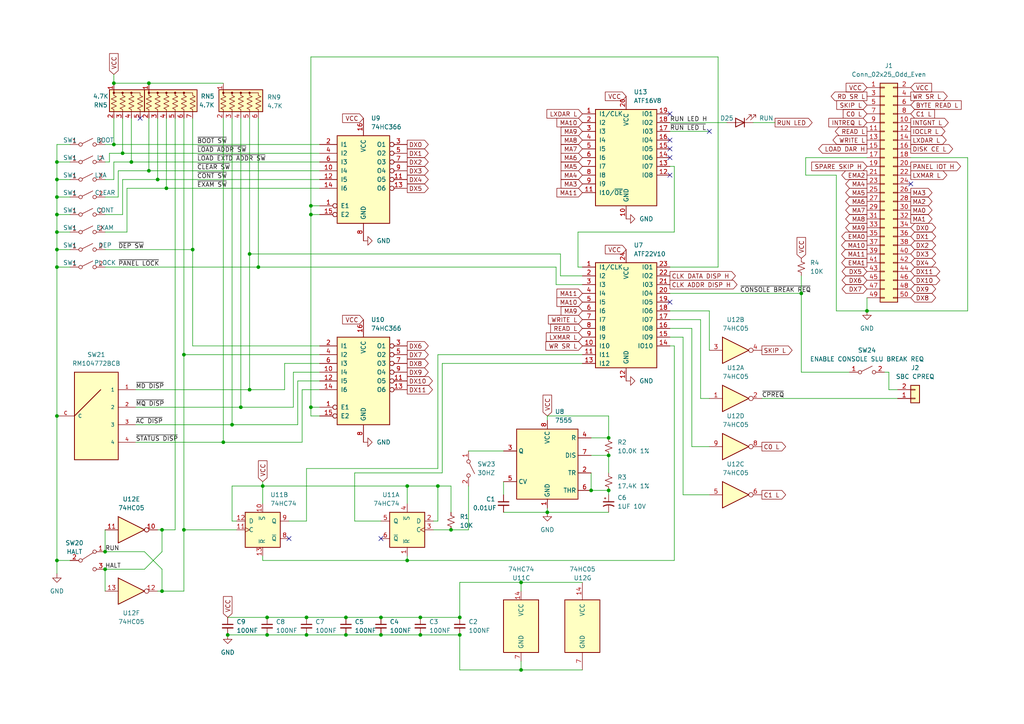
<source format=kicad_sch>
(kicad_sch (version 20230121) (generator eeschema)
  (paper "A4")
  (lib_symbols
    (symbol "74xx:74HC74" (pin_names (offset 1.016))
      (property "Reference" "U" (at -7.62 8.89 0))
      (property "Value" "74HC74" (at -7.62 -8.89 0))
      (symbol "74HC74_1_0"
        (pin input line (at 0 -7.62 90) (length 2.54) (name "~{R}") (number "1"))
        (pin input line (at -7.62 2.54 0) (length 2.54) (name "D") (number "2"))
        (pin input clock (at -7.62 0 0) (length 2.54) (name "C") (number "3"))
        (pin input line (at 0 7.62 270) (length 2.54) (name "~{S}") (number "4"))
        (pin output line (at 7.62 2.54 180) (length 2.54) (name "Q") (number "5"))
        (pin output line (at 7.62 -2.54 180) (length 2.54) (name "~{Q}") (number "6"))
      )
      (symbol "74HC74_2_0"
        (pin input line (at 0 7.62 270) (length 2.54) (name "~{S}") (number "10"))
        (pin input clock (at -7.62 0 0) (length 2.54) (name "C") (number "11"))
        (pin input line (at -7.62 2.54 0) (length 2.54) (name "D") (number "12"))
        (pin input line (at 0 -7.62 90) (length 2.54) (name "~{R}") (number "13"))
        (pin output line (at 7.62 -2.54 180) (length 2.54) (name "~{Q}") (number "8"))
        (pin output line (at 7.62 2.54 180) (length 2.54) (name "Q") (number "9"))
      )
      (symbol "74HC74_3_0"
        (pin power_in line (at 0 10.16 270) (length 2.54) (name "VCC") (number "14"))
        (pin power_in line (at 0 -10.16 90) (length 2.54) (name "GND") (number "7"))
      )
    )
    (symbol "74xx:74LS05" (pin_names (offset 1.016))
      (property "Reference" "U" (at 0 1.27 0))
      (property "Value" "74LS05" (at 0 -1.27 0))
      (symbol "74LS05_1_0"
        (pin input line (at -7.62 0 0) (length 3.81) (name "~") (number "1"))
        (pin open_collector inverted (at 7.62 0 180) (length 3.81) (name "~") (number "2"))
      )
      (symbol "74LS05_2_0"
        (pin input line (at -7.62 0 0) (length 3.81) (name "~") (number "3"))
        (pin open_collector inverted (at 7.62 0 180) (length 3.81) (name "~") (number "4"))
      )
      (symbol "74LS05_3_0"
        (pin input line (at -7.62 0 0) (length 3.81) (name "~") (number "5"))
        (pin open_collector inverted (at 7.62 0 180) (length 3.81) (name "~") (number "6"))
      )
      (symbol "74LS05_4_0"
        (pin open_collector inverted (at 7.62 0 180) (length 3.81) (name "~") (number "8"))
        (pin input line (at -7.62 0 0) (length 3.81) (name "~") (number "9"))
      )
      (symbol "74LS05_5_0"
        (pin open_collector inverted (at 7.62 0 180) (length 3.81) (name "~") (number "10"))
        (pin input line (at -7.62 0 0) (length 3.81) (name "~") (number "11"))
      )
      (symbol "74LS05_6_0"
        (pin open_collector inverted (at 7.62 0 180) (length 3.81) (name "~") (number "12"))
        (pin input line (at -7.62 0 0) (length 3.81) (name "~") (number "13"))
      )
      (symbol "74LS05_7_0"
        (pin power_in line (at 0 12.7 270) (length 5.08) (name "VCC") (number "14"))
        (pin power_in line (at 0 -12.7 90) (length 5.08) (name "GND") (number "7"))
      )
    )
    (symbol "74xx:74LS366" (pin_names (offset 1.016))
      (property "Reference" "U" (at -7.62 13.97 0))
      (property "Value" "74LS366" (at -7.62 -13.97 0))
      (symbol "74LS366_1_0"
        (pin input inverted (at -12.7 -7.62 0) (length 5.08) (name "E1") (number "1"))
        (pin input line (at -12.7 2.54 0) (length 5.08) (name "I4") (number "10"))
        (pin tri_state inverted (at 12.7 0 180) (length 5.08) (name "O5") (number "11"))
        (pin input line (at -12.7 0 0) (length 5.08) (name "I5") (number "12"))
        (pin tri_state inverted (at 12.7 -2.54 180) (length 5.08) (name "O6") (number "13"))
        (pin input line (at -12.7 -2.54 0) (length 5.08) (name "I6") (number "14"))
        (pin input inverted (at -12.7 -10.16 0) (length 5.08) (name "E2") (number "15"))
        (pin power_in line (at 0 17.78 270) (length 5.08) (name "VCC") (number "16"))
        (pin input line (at -12.7 10.16 0) (length 5.08) (name "I1") (number "2"))
        (pin tri_state inverted (at 12.7 10.16 180) (length 5.08) (name "O1") (number "3"))
        (pin input line (at -12.7 7.62 0) (length 5.08) (name "I2") (number "4"))
        (pin tri_state inverted (at 12.7 7.62 180) (length 5.08) (name "O2") (number "5"))
        (pin input line (at -12.7 5.08 0) (length 5.08) (name "I3") (number "6"))
        (pin tri_state inverted (at 12.7 5.08 180) (length 5.08) (name "O3") (number "7"))
        (pin power_in line (at 0 -17.78 90) (length 5.08) (name "GND") (number "8"))
        (pin tri_state inverted (at 12.7 2.54 180) (length 5.08) (name "O4") (number "9"))
      )
    )
    (symbol "Connector_Generic:Conn_01x02" (pin_names (offset 1.016) hide)
      (property "Reference" "J" (at 0 2.54 0))
      (property "Value" "Conn_01x02" (at 0 -5.08 0))
      (symbol "Conn_01x02_1_1"
        (pin passive line (at -5.08 0 0) (length 3.81) (name "Pin_1") (number "1"))
        (pin passive line (at -5.08 -2.54 0) (length 3.81) (name "Pin_2") (number "2"))
      )
    )
    (symbol "Connector_Generic:Conn_02x25_Odd_Even" (pin_names (offset 1.016) hide)
      (property "Reference" "J" (at 1.27 33.02 0))
      (property "Value" "Conn_02x25_Odd_Even" (at 1.27 -33.02 0))
      (symbol "Conn_02x25_Odd_Even_1_1"
        (pin passive line (at -5.08 30.48 0) (length 3.81) (name "Pin_1") (number "1"))
        (pin passive line (at 7.62 20.32 180) (length 3.81) (name "Pin_10") (number "10"))
        (pin passive line (at -5.08 17.78 0) (length 3.81) (name "Pin_11") (number "11"))
        (pin passive line (at 7.62 17.78 180) (length 3.81) (name "Pin_12") (number "12"))
        (pin passive line (at -5.08 15.24 0) (length 3.81) (name "Pin_13") (number "13"))
        (pin passive line (at 7.62 15.24 180) (length 3.81) (name "Pin_14") (number "14"))
        (pin passive line (at -5.08 12.7 0) (length 3.81) (name "Pin_15") (number "15"))
        (pin passive line (at 7.62 12.7 180) (length 3.81) (name "Pin_16") (number "16"))
        (pin passive line (at -5.08 10.16 0) (length 3.81) (name "Pin_17") (number "17"))
        (pin passive line (at 7.62 10.16 180) (length 3.81) (name "Pin_18") (number "18"))
        (pin passive line (at -5.08 7.62 0) (length 3.81) (name "Pin_19") (number "19"))
        (pin passive line (at 7.62 30.48 180) (length 3.81) (name "Pin_2") (number "2"))
        (pin passive line (at 7.62 7.62 180) (length 3.81) (name "Pin_20") (number "20"))
        (pin passive line (at -5.08 5.08 0) (length 3.81) (name "Pin_21") (number "21"))
        (pin passive line (at 7.62 5.08 180) (length 3.81) (name "Pin_22") (number "22"))
        (pin passive line (at -5.08 2.54 0) (length 3.81) (name "Pin_23") (number "23"))
        (pin passive line (at 7.62 2.54 180) (length 3.81) (name "Pin_24") (number "24"))
        (pin passive line (at -5.08 0 0) (length 3.81) (name "Pin_25") (number "25"))
        (pin passive line (at 7.62 0 180) (length 3.81) (name "Pin_26") (number "26"))
        (pin passive line (at -5.08 -2.54 0) (length 3.81) (name "Pin_27") (number "27"))
        (pin passive line (at 7.62 -2.54 180) (length 3.81) (name "Pin_28") (number "28"))
        (pin passive line (at -5.08 -5.08 0) (length 3.81) (name "Pin_29") (number "29"))
        (pin passive line (at -5.08 27.94 0) (length 3.81) (name "Pin_3") (number "3"))
        (pin passive line (at 7.62 -5.08 180) (length 3.81) (name "Pin_30") (number "30"))
        (pin passive line (at -5.08 -7.62 0) (length 3.81) (name "Pin_31") (number "31"))
        (pin passive line (at 7.62 -7.62 180) (length 3.81) (name "Pin_32") (number "32"))
        (pin passive line (at -5.08 -10.16 0) (length 3.81) (name "Pin_33") (number "33"))
        (pin passive line (at 7.62 -10.16 180) (length 3.81) (name "Pin_34") (number "34"))
        (pin passive line (at -5.08 -12.7 0) (length 3.81) (name "Pin_35") (number "35"))
        (pin passive line (at 7.62 -12.7 180) (length 3.81) (name "Pin_36") (number "36"))
        (pin passive line (at -5.08 -15.24 0) (length 3.81) (name "Pin_37") (number "37"))
        (pin passive line (at 7.62 -15.24 180) (length 3.81) (name "Pin_38") (number "38"))
        (pin passive line (at -5.08 -17.78 0) (length 3.81) (name "Pin_39") (number "39"))
        (pin passive line (at 7.62 27.94 180) (length 3.81) (name "Pin_4") (number "4"))
        (pin passive line (at 7.62 -17.78 180) (length 3.81) (name "Pin_40") (number "40"))
        (pin passive line (at -5.08 -20.32 0) (length 3.81) (name "Pin_41") (number "41"))
        (pin passive line (at 7.62 -20.32 180) (length 3.81) (name "Pin_42") (number "42"))
        (pin passive line (at -5.08 -22.86 0) (length 3.81) (name "Pin_43") (number "43"))
        (pin passive line (at 7.62 -22.86 180) (length 3.81) (name "Pin_44") (number "44"))
        (pin passive line (at -5.08 -25.4 0) (length 3.81) (name "Pin_45") (number "45"))
        (pin passive line (at 7.62 -25.4 180) (length 3.81) (name "Pin_46") (number "46"))
        (pin passive line (at -5.08 -27.94 0) (length 3.81) (name "Pin_47") (number "47"))
        (pin passive line (at 7.62 -27.94 180) (length 3.81) (name "Pin_48") (number "48"))
        (pin passive line (at -5.08 -30.48 0) (length 3.81) (name "Pin_49") (number "49"))
        (pin passive line (at -5.08 25.4 0) (length 3.81) (name "Pin_5") (number "5"))
        (pin passive line (at 7.62 -30.48 180) (length 3.81) (name "Pin_50") (number "50"))
        (pin passive line (at 7.62 25.4 180) (length 3.81) (name "Pin_6") (number "6"))
        (pin passive line (at -5.08 22.86 0) (length 3.81) (name "Pin_7") (number "7"))
        (pin passive line (at 7.62 22.86 180) (length 3.81) (name "Pin_8") (number "8"))
        (pin passive line (at -5.08 20.32 0) (length 3.81) (name "Pin_9") (number "9"))
      )
    )
    (symbol "Device:C_Polarized_Small_US" (pin_numbers hide) (pin_names (offset 0.254) hide)
      (property "Reference" "C" (at 0.254 1.778 0))
      (property "Value" "C_Polarized_Small_US" (at 0.254 -2.032 0))
      (symbol "C_Polarized_Small_US_1_1"
        (pin passive line (at 0 2.54 270) (length 2.032) (name "~") (number "1"))
        (pin passive line (at 0 -2.54 90) (length 2.032) (name "~") (number "2"))
      )
    )
    (symbol "Device:C_Small" (pin_numbers hide) (pin_names (offset 0.254) hide)
      (property "Reference" "C" (at 0.254 1.778 0))
      (property "Value" "C_Small" (at 0.254 -2.032 0))
      (symbol "C_Small_1_1"
        (pin passive line (at 0 2.54 270) (length 2.032) (name "~") (number "1"))
        (pin passive line (at 0 -2.54 90) (length 2.032) (name "~") (number "2"))
      )
    )
    (symbol "Device:LED" (pin_numbers hide) (pin_names (offset 1.016) hide)
      (property "Reference" "D" (at 0 2.54 0))
      (property "Value" "LED" (at 0 -2.54 0))
      (symbol "LED_1_1"
        (pin passive line (at -3.81 0 0) (length 2.54) (name "K") (number "1"))
        (pin passive line (at 3.81 0 180) (length 2.54) (name "A") (number "2"))
      )
    )
    (symbol "Device:R_Network04_US" (pin_names (offset 0) hide)
      (property "Reference" "RN" (at -7.62 0 90))
      (property "Value" "R_Network04_US" (at 5.08 0 90))
      (symbol "R_Network04_US_1_1"
        (pin passive line (at -5.08 5.08 270) (length 2.54) (name "common") (number "1"))
        (pin passive line (at -5.08 -5.08 90) (length 1.27) (name "R1") (number "2"))
        (pin passive line (at -2.54 -5.08 90) (length 1.27) (name "R2") (number "3"))
        (pin passive line (at 0 -5.08 90) (length 1.27) (name "R3") (number "4"))
        (pin passive line (at 2.54 -5.08 90) (length 1.27) (name "R4") (number "5"))
      )
    )
    (symbol "Device:R_Network05_US" (pin_names (offset 0) hide)
      (property "Reference" "RN" (at -7.62 0 90))
      (property "Value" "R_Network05_US" (at 7.62 0 90))
      (symbol "R_Network05_US_1_1"
        (pin passive line (at -5.08 5.08 270) (length 2.54) (name "common") (number "1"))
        (pin passive line (at -5.08 -5.08 90) (length 1.27) (name "R1") (number "2"))
        (pin passive line (at -2.54 -5.08 90) (length 1.27) (name "R2") (number "3"))
        (pin passive line (at 0 -5.08 90) (length 1.27) (name "R3") (number "4"))
        (pin passive line (at 2.54 -5.08 90) (length 1.27) (name "R4") (number "5"))
        (pin passive line (at 5.08 -5.08 90) (length 1.27) (name "R5") (number "6"))
      )
    )
    (symbol "Device:R_Network06_US" (pin_names (offset 0) hide)
      (property "Reference" "RN" (at -10.16 0 90))
      (property "Value" "R_Network06_US" (at 7.62 0 90))
      (symbol "R_Network06_US_1_1"
        (pin passive line (at -7.62 5.08 270) (length 2.54) (name "common") (number "1"))
        (pin passive line (at -7.62 -5.08 90) (length 1.27) (name "R1") (number "2"))
        (pin passive line (at -5.08 -5.08 90) (length 1.27) (name "R2") (number "3"))
        (pin passive line (at -2.54 -5.08 90) (length 1.27) (name "R3") (number "4"))
        (pin passive line (at 0 -5.08 90) (length 1.27) (name "R4") (number "5"))
        (pin passive line (at 2.54 -5.08 90) (length 1.27) (name "R5") (number "6"))
        (pin passive line (at 5.08 -5.08 90) (length 1.27) (name "R6") (number "7"))
      )
    )
    (symbol "Device:R_Small_US" (pin_numbers hide) (pin_names (offset 0.254) hide)
      (property "Reference" "R" (at 0.762 0.508 0))
      (property "Value" "R_Small_US" (at 0.762 -1.016 0))
      (symbol "R_Small_US_1_1"
        (pin passive line (at 0 2.54 270) (length 1.016) (name "~") (number "1"))
        (pin passive line (at 0 -2.54 90) (length 1.016) (name "~") (number "2"))
      )
    )
    (symbol "Logic_Programmable:GAL16V8" (pin_names (offset 1.016))
      (property "Reference" "U" (at -8.89 16.51 0))
      (property "Value" "GAL16V8" (at 1.27 16.51 0))
      (symbol "GAL16V8_0_0"
        (pin power_in line (at 0 -17.78 90) (length 3.81) (name "GND") (number "10"))
        (pin power_in line (at 0 17.78 270) (length 3.81) (name "VCC") (number "20"))
      )
      (symbol "GAL16V8_1_1"
        (pin input line (at -12.7 12.7 0) (length 3.81) (name "I1/CLK") (number "1"))
        (pin input line (at -12.7 -10.16 0) (length 3.81) (name "I10/~{OE}") (number "11"))
        (pin tri_state line (at 12.7 -5.08 180) (length 3.81) (name "IO8") (number "12"))
        (pin tri_state line (at 12.7 -2.54 180) (length 3.81) (name "IO7") (number "13"))
        (pin tri_state line (at 12.7 0 180) (length 3.81) (name "IO6") (number "14"))
        (pin tri_state line (at 12.7 2.54 180) (length 3.81) (name "IO5") (number "15"))
        (pin tri_state line (at 12.7 5.08 180) (length 3.81) (name "IO4") (number "16"))
        (pin tri_state line (at 12.7 7.62 180) (length 3.81) (name "I03") (number "17"))
        (pin tri_state line (at 12.7 10.16 180) (length 3.81) (name "IO2") (number "18"))
        (pin tri_state line (at 12.7 12.7 180) (length 3.81) (name "IO1") (number "19"))
        (pin input line (at -12.7 10.16 0) (length 3.81) (name "I2") (number "2"))
        (pin input line (at -12.7 7.62 0) (length 3.81) (name "I3") (number "3"))
        (pin input line (at -12.7 5.08 0) (length 3.81) (name "I4") (number "4"))
        (pin input line (at -12.7 2.54 0) (length 3.81) (name "I5") (number "5"))
        (pin input line (at -12.7 0 0) (length 3.81) (name "I6") (number "6"))
        (pin input line (at -12.7 -2.54 0) (length 3.81) (name "I7") (number "7"))
        (pin input line (at -12.7 -5.08 0) (length 3.81) (name "I8") (number "8"))
        (pin input line (at -12.7 -7.62 0) (length 3.81) (name "I9") (number "9"))
      )
    )
    (symbol "RM104772BCB-SnapEDA:RM104772BCB" (pin_names (offset 1.016))
      (property "Reference" "SW" (at 0 -2.54 0))
      (property "Value" "RM104772BCB" (at 0 -5.08 0))
      (symbol "RM104772BCB_0_0"
        (pin bidirectional line (at 17.78 20.32 180) (length 5.08) (name "1") (number "1"))
        (pin bidirectional line (at 17.78 15.24 180) (length 5.08) (name "2") (number "2"))
        (pin bidirectional line (at 17.78 10.16 180) (length 5.08) (name "3") (number "3"))
        (pin bidirectional line (at 17.78 5.08 180) (length 5.08) (name "4") (number "4"))
        (pin bidirectional line (at -5.08 12.7 0) (length 5.08) (name "C") (number "C"))
      )
    )
    (symbol "Switch:SW_SPDT" (pin_names (offset 0) hide)
      (property "Reference" "SW" (at 0 4.318 0))
      (property "Value" "SW_SPDT" (at 0 -5.08 0))
      (symbol "SW_SPDT_1_1"
        (pin passive line (at 5.08 2.54 180) (length 2.54) (name "A") (number "1"))
        (pin passive line (at -5.08 0 0) (length 2.54) (name "B") (number "2"))
        (pin passive line (at 5.08 -2.54 180) (length 2.54) (name "C") (number "3"))
      )
    )
    (symbol "Switch:SW_SPST" (pin_names (offset 0) hide)
      (property "Reference" "SW" (at 0 3.175 0))
      (property "Value" "SW_SPST" (at 0 -2.54 0))
      (symbol "SW_SPST_1_1"
        (pin passive line (at -5.08 0 0) (length 2.54) (name "A") (number "1"))
        (pin passive line (at 5.08 0 180) (length 2.54) (name "B") (number "2"))
      )
    )
    (symbol "Tersteeg:7555_Timer"
      (property "Reference" "U" (at -10.16 8.89 0))
      (property "Value" "7555" (at 2.54 8.89 0))
      (symbol "7555_Timer_0_0"
        (pin power_in line (at 0 -15.24 90) (length 2.54) (name "GND") (number "1"))
        (pin power_in line (at 0 10.16 270) (length 2.54) (name "VCC") (number "8"))
      )
      (symbol "7555_Timer_1_1"
        (pin input line (at 12.7 -5.08 180) (length 3.81) (name "TR") (number "2"))
        (pin output line (at -12.7 1.27 0) (length 3.81) (name "Q") (number "3"))
        (pin input line (at 12.7 5.08 180) (length 3.81) (name "R") (number "4"))
        (pin input line (at -12.7 -7.62 0) (length 3.81) (name "CV") (number "5"))
        (pin input line (at 12.7 -10.16 180) (length 3.81) (name "THR") (number "6"))
        (pin input line (at 12.7 0 180) (length 3.81) (name "DIS") (number "7"))
      )
    )
    (symbol "Tersteeg:GAL22V10" (pin_names (offset 1.016))
      (property "Reference" "U" (at -8.89 16.51 0))
      (property "Value" "GAL22V10" (at 1.27 16.51 0))
      (symbol "GAL22V10_1_0"
        (pin power_in line (at 0 -20.32 90) (length 3.81) (name "GND") (number "12"))
        (pin power_in line (at 0 17.78 270) (length 3.81) (name "VCC") (number "24"))
      )
      (symbol "GAL22V10_1_1"
        (pin input line (at -12.7 12.7 0) (length 3.81) (name "I1/CLK") (number "1"))
        (pin input line (at -12.7 -10.16 0) (length 3.81) (name "I10") (number "10"))
        (pin input line (at -12.7 -12.7 0) (length 3.81) (name "I11") (number "11"))
        (pin input line (at -12.7 -15.24 0) (length 3.81) (name "I12") (number "13"))
        (pin tri_state line (at 12.7 -10.16 180) (length 3.81) (name "IO10") (number "14"))
        (pin tri_state line (at 12.7 -7.62 180) (length 3.81) (name "IO9") (number "15"))
        (pin tri_state line (at 12.7 -5.08 180) (length 3.81) (name "IO8") (number "16"))
        (pin tri_state line (at 12.7 -2.54 180) (length 3.81) (name "IO7") (number "17"))
        (pin tri_state line (at 12.7 0 180) (length 3.81) (name "IO6") (number "18"))
        (pin tri_state line (at 12.7 2.54 180) (length 3.81) (name "IO5") (number "19"))
        (pin input line (at -12.7 10.16 0) (length 3.81) (name "I2") (number "2"))
        (pin tri_state line (at 12.7 5.08 180) (length 3.81) (name "IO4") (number "20"))
        (pin tri_state line (at 12.7 7.62 180) (length 3.81) (name "I03") (number "21"))
        (pin tri_state line (at 12.7 10.16 180) (length 3.81) (name "IO2") (number "22"))
        (pin tri_state line (at 12.7 12.7 180) (length 3.81) (name "IO1") (number "23"))
        (pin input line (at -12.7 7.62 0) (length 3.81) (name "I3") (number "3"))
        (pin input line (at -12.7 5.08 0) (length 3.81) (name "I4") (number "4"))
        (pin input line (at -12.7 2.54 0) (length 3.81) (name "I5") (number "5"))
        (pin input line (at -12.7 0 0) (length 3.81) (name "I6") (number "6"))
        (pin input line (at -12.7 -2.54 0) (length 3.81) (name "I7") (number "7"))
        (pin input line (at -12.7 -5.08 0) (length 3.81) (name "I8") (number "8"))
        (pin input line (at -12.7 -7.62 0) (length 3.81) (name "I9") (number "9"))
      )
    )
    (symbol "power:GND" (power) (pin_names (offset 0))
      (property "Value" "GND" (at 0 -3.81 0))
      (symbol "GND_1_1"
        (pin power_in line (at 0 0 270) (length 0) hide (name "GND") (number "1"))
      )
    )
  )
  (junction (at 176.53 127))
  (junction (at 45.72 52.07))
  (junction (at 16.51 67.31))
  (junction (at 16.51 120.65))
  (junction (at 30.48 165.1))
  (junction (at 110.49 184.15))
  (junction (at 251.46 90.17))
  (junction (at 33.02 41.91))
  (junction (at 43.18 49.53))
  (junction (at 90.17 118.11))
  (junction (at 118.11 162.56))
  (junction (at 74.93 77.47))
  (junction (at 46.99 153.67))
  (junction (at 118.11 140.97))
  (junction (at 30.48 160.02))
  (junction (at 53.34 153.67))
  (junction (at 72.39 113.03))
  (junction (at 90.17 59.69))
  (junction (at 16.51 77.47))
  (junction (at 88.9 184.15))
  (junction (at 72.39 73.66))
  (junction (at 48.26 54.61))
  (junction (at 64.77 128.27))
  (junction (at 171.45 142.24))
  (junction (at 127 140.97))
  (junction (at 133.35 184.15))
  (junction (at 33.02 24.13))
  (junction (at 16.51 52.07))
  (junction (at 55.88 72.39))
  (junction (at 67.31 123.19))
  (junction (at 38.1 46.99))
  (junction (at 151.13 194.31))
  (junction (at 53.34 102.87))
  (junction (at 151.13 168.91))
  (junction (at 16.51 162.56))
  (junction (at 46.99 171.45))
  (junction (at 77.47 184.15))
  (junction (at 88.9 179.07))
  (junction (at 76.2 140.97))
  (junction (at 121.92 184.15))
  (junction (at 16.51 46.99))
  (junction (at 232.41 85.09))
  (junction (at 130.81 153.67))
  (junction (at 69.85 118.11))
  (junction (at 158.75 148.59))
  (junction (at 133.35 179.07))
  (junction (at 16.51 57.15))
  (junction (at 16.51 62.23))
  (junction (at 16.51 72.39))
  (junction (at 100.33 179.07))
  (junction (at 100.33 184.15))
  (junction (at 35.56 44.45))
  (junction (at 110.49 179.07))
  (junction (at 66.04 184.15))
  (junction (at 121.92 179.07))
  (junction (at 176.53 142.24))
  (junction (at 176.53 132.08))
  (junction (at 77.47 179.07))
  (junction (at 43.18 24.13))
  (junction (at 90.17 62.23))
  (no_connect (at 205.74 38.1))
  (no_connect (at 194.31 50.8))
  (no_connect (at 40.64 34.29))
  (no_connect (at 194.31 40.64))
  (no_connect (at 110.49 156.21))
  (no_connect (at 194.31 43.18))
  (no_connect (at 264.16 53.34))
  (no_connect (at 83.82 156.21))
  (no_connect (at 194.31 33.02))
  (no_connect (at 194.31 87.63))
  (no_connect (at 194.31 45.72))
  (wire (pts (xy 198.12 97.79) (xy 194.31 97.79)))
  (wire (pts (xy 102.87 151.13) (xy 102.87 137.16)))
  (wire (pts (xy 67.31 34.29) (xy 67.31 123.19)))
  (wire (pts (xy 167.64 77.47) (xy 168.91 77.47)))
  (wire (pts (xy 66.04 184.15) (xy 77.47 184.15)))
  (wire (pts (xy 92.71 105.41) (xy 82.55 105.41)))
  (wire (pts (xy 41.91 165.1) (xy 46.99 160.02)))
  (wire (pts (xy 53.34 171.45) (xy 46.99 171.45)))
  (wire (pts (xy 118.11 140.97) (xy 118.11 146.05)))
  (wire (pts (xy 53.34 102.87) (xy 92.71 102.87)))
  (wire (pts (xy 100.33 179.07) (xy 110.49 179.07)))
  (wire (pts (xy 16.51 57.15) (xy 20.32 57.15)))
  (wire (pts (xy 194.31 35.56) (xy 210.82 35.56)))
  (wire (pts (xy 198.12 143.51) (xy 205.74 143.51)))
  (wire (pts (xy 92.71 113.03) (xy 87.63 113.03)))
  (wire (pts (xy 16.51 77.47) (xy 20.32 77.47)))
  (wire (pts (xy 110.49 179.07) (xy 121.92 179.07)))
  (wire (pts (xy 92.71 52.07) (xy 45.72 52.07)))
  (wire (pts (xy 88.9 135.89) (xy 88.9 151.13)))
  (wire (pts (xy 194.31 95.25) (xy 200.66 95.25)))
  (wire (pts (xy 90.17 59.69) (xy 90.17 62.23)))
  (wire (pts (xy 176.53 120.65) (xy 176.53 127)))
  (wire (pts (xy 151.13 194.31) (xy 151.13 191.77)))
  (wire (pts (xy 16.51 41.91) (xy 16.51 46.99)))
  (wire (pts (xy 85.09 118.11) (xy 69.85 118.11)))
  (wire (pts (xy 90.17 118.11) (xy 90.17 62.23)))
  (wire (pts (xy 102.87 137.16) (xy 128.27 137.16)))
  (wire (pts (xy 16.51 120.65) (xy 16.51 162.56)))
  (wire (pts (xy 251.46 90.17) (xy 280.67 90.17)))
  (wire (pts (xy 280.67 45.72) (xy 280.67 90.17)))
  (wire (pts (xy 242.57 90.17) (xy 242.57 50.8)))
  (wire (pts (xy 35.56 62.23) (xy 30.48 62.23)))
  (wire (pts (xy 256.54 107.95) (xy 257.81 107.95)))
  (wire (pts (xy 121.92 184.15) (xy 133.35 184.15)))
  (wire (pts (xy 16.51 62.23) (xy 16.51 67.31)))
  (wire (pts (xy 130.81 148.59) (xy 130.81 140.97)))
  (wire (pts (xy 151.13 168.91) (xy 168.91 168.91)))
  (wire (pts (xy 77.47 184.15) (xy 88.9 184.15)))
  (wire (pts (xy 158.75 120.65) (xy 176.53 120.65)))
  (wire (pts (xy 88.9 151.13) (xy 83.82 151.13)))
  (wire (pts (xy 127 102.87) (xy 127 135.89)))
  (wire (pts (xy 76.2 139.7) (xy 76.2 140.97)))
  (wire (pts (xy 30.48 160.02) (xy 41.91 160.02)))
  (wire (pts (xy 168.91 102.87) (xy 127 102.87)))
  (wire (pts (xy 88.9 184.15) (xy 100.33 184.15)))
  (wire (pts (xy 158.75 121.92) (xy 158.75 120.65)))
  (wire (pts (xy 92.71 100.33) (xy 55.88 100.33)))
  (wire (pts (xy 48.26 54.61) (xy 92.71 54.61)))
  (wire (pts (xy 36.83 54.61) (xy 36.83 67.31)))
  (wire (pts (xy 90.17 16.51) (xy 208.28 16.51)))
  (wire (pts (xy 72.39 34.29) (xy 72.39 73.66)))
  (wire (pts (xy 195.58 100.33) (xy 194.31 100.33)))
  (wire (pts (xy 16.51 77.47) (xy 16.51 120.65)))
  (wire (pts (xy 36.83 54.61) (xy 48.26 54.61)))
  (wire (pts (xy 76.2 140.97) (xy 76.2 146.05)))
  (wire (pts (xy 90.17 120.65) (xy 92.71 120.65)))
  (wire (pts (xy 35.56 52.07) (xy 35.56 62.23)))
  (wire (pts (xy 194.31 92.71) (xy 203.2 92.71)))
  (wire (pts (xy 151.13 168.91) (xy 133.35 168.91)))
  (wire (pts (xy 43.18 34.29) (xy 43.18 49.53)))
  (wire (pts (xy 110.49 184.15) (xy 121.92 184.15)))
  (wire (pts (xy 168.91 194.31) (xy 151.13 194.31)))
  (wire (pts (xy 50.8 34.29) (xy 50.8 153.67)))
  (wire (pts (xy 161.29 82.55) (xy 168.91 82.55)))
  (wire (pts (xy 36.83 67.31) (xy 30.48 67.31)))
  (wire (pts (xy 86.36 110.49) (xy 86.36 123.19)))
  (wire (pts (xy 127 140.97) (xy 127 151.13)))
  (wire (pts (xy 46.99 165.1) (xy 46.99 171.45)))
  (wire (pts (xy 16.51 67.31) (xy 16.51 72.39)))
  (wire (pts (xy 92.71 59.69) (xy 90.17 59.69)))
  (wire (pts (xy 45.72 34.29) (xy 45.72 52.07)))
  (wire (pts (xy 118.11 162.56) (xy 118.11 161.29)))
  (wire (pts (xy 233.68 50.8) (xy 233.68 45.72)))
  (wire (pts (xy 128.27 137.16) (xy 128.27 105.41)))
  (wire (pts (xy 127 135.89) (xy 88.9 135.89)))
  (wire (pts (xy 30.48 77.47) (xy 74.93 77.47)))
  (wire (pts (xy 121.92 179.07) (xy 133.35 179.07)))
  (wire (pts (xy 194.31 38.1) (xy 205.74 38.1)))
  (wire (pts (xy 55.88 100.33) (xy 55.88 72.39)))
  (wire (pts (xy 33.02 21.59) (xy 33.02 24.13)))
  (wire (pts (xy 195.58 48.26) (xy 195.58 67.31)))
  (wire (pts (xy 16.51 72.39) (xy 20.32 72.39)))
  (wire (pts (xy 200.66 129.54) (xy 205.74 129.54)))
  (wire (pts (xy 82.55 105.41) (xy 82.55 113.03)))
  (wire (pts (xy 135.89 130.81) (xy 146.05 130.81)))
  (wire (pts (xy 242.57 90.17) (xy 251.46 90.17)))
  (wire (pts (xy 232.41 85.09) (xy 232.41 107.95)))
  (wire (pts (xy 64.77 34.29) (xy 64.77 128.27)))
  (wire (pts (xy 30.48 165.1) (xy 41.91 165.1)))
  (wire (pts (xy 31.75 46.99) (xy 30.48 46.99)))
  (wire (pts (xy 158.75 148.59) (xy 176.53 148.59)))
  (wire (pts (xy 16.51 46.99) (xy 16.51 52.07)))
  (wire (pts (xy 257.81 107.95) (xy 257.81 113.03)))
  (wire (pts (xy 92.71 118.11) (xy 90.17 118.11)))
  (wire (pts (xy 53.34 34.29) (xy 53.34 102.87)))
  (wire (pts (xy 45.72 52.07) (xy 35.56 52.07)))
  (wire (pts (xy 16.51 62.23) (xy 20.32 62.23)))
  (wire (pts (xy 195.58 67.31) (xy 167.64 67.31)))
  (wire (pts (xy 16.51 72.39) (xy 16.51 77.47)))
  (wire (pts (xy 146.05 139.7) (xy 146.05 143.51)))
  (wire (pts (xy 88.9 179.07) (xy 100.33 179.07)))
  (wire (pts (xy 264.16 45.72) (xy 280.67 45.72)))
  (wire (pts (xy 53.34 102.87) (xy 53.34 153.67)))
  (wire (pts (xy 69.85 34.29) (xy 69.85 118.11)))
  (wire (pts (xy 135.89 140.97) (xy 135.89 153.67)))
  (wire (pts (xy 33.02 52.07) (xy 30.48 52.07)))
  (wire (pts (xy 30.48 165.1) (xy 30.48 171.45)))
  (wire (pts (xy 30.48 72.39) (xy 55.88 72.39)))
  (wire (pts (xy 43.18 49.53) (xy 34.29 49.53)))
  (wire (pts (xy 41.91 160.02) (xy 46.99 165.1)))
  (wire (pts (xy 31.75 44.45) (xy 35.56 44.45)))
  (wire (pts (xy 76.2 140.97) (xy 118.11 140.97)))
  (wire (pts (xy 146.05 148.59) (xy 158.75 148.59)))
  (wire (pts (xy 30.48 153.67) (xy 30.48 160.02)))
  (wire (pts (xy 200.66 95.25) (xy 200.66 129.54)))
  (wire (pts (xy 85.09 107.95) (xy 85.09 118.11)))
  (wire (pts (xy 167.64 67.31) (xy 167.64 77.47)))
  (wire (pts (xy 194.31 85.09) (xy 232.41 85.09)))
  (wire (pts (xy 128.27 105.41) (xy 168.91 105.41)))
  (wire (pts (xy 125.73 153.67) (xy 130.81 153.67)))
  (wire (pts (xy 251.46 86.36) (xy 251.46 90.17)))
  (wire (pts (xy 151.13 194.31) (xy 133.35 194.31)))
  (wire (pts (xy 30.48 41.91) (xy 33.02 41.91)))
  (wire (pts (xy 90.17 59.69) (xy 90.17 16.51)))
  (wire (pts (xy 130.81 140.97) (xy 127 140.97)))
  (wire (pts (xy 16.51 67.31) (xy 20.32 67.31)))
  (wire (pts (xy 198.12 97.79) (xy 198.12 143.51)))
  (wire (pts (xy 46.99 160.02) (xy 46.99 153.67)))
  (wire (pts (xy 69.85 118.11) (xy 39.37 118.11)))
  (wire (pts (xy 31.75 44.45) (xy 31.75 46.99)))
  (wire (pts (xy 92.71 107.95) (xy 85.09 107.95)))
  (wire (pts (xy 67.31 123.19) (xy 39.37 123.19)))
  (wire (pts (xy 16.51 46.99) (xy 20.32 46.99)))
  (wire (pts (xy 34.29 57.15) (xy 30.48 57.15)))
  (wire (pts (xy 76.2 161.29) (xy 76.2 162.56)))
  (wire (pts (xy 68.58 151.13) (xy 67.31 151.13)))
  (wire (pts (xy 33.02 46.99) (xy 38.1 46.99)))
  (wire (pts (xy 135.89 153.67) (xy 130.81 153.67)))
  (wire (pts (xy 82.55 113.03) (xy 72.39 113.03)))
  (wire (pts (xy 118.11 140.97) (xy 127 140.97)))
  (wire (pts (xy 220.98 115.57) (xy 260.35 115.57)))
  (wire (pts (xy 208.28 77.47) (xy 194.31 77.47)))
  (wire (pts (xy 110.49 151.13) (xy 102.87 151.13)))
  (wire (pts (xy 90.17 118.11) (xy 90.17 120.65)))
  (wire (pts (xy 158.75 147.32) (xy 158.75 148.59)))
  (wire (pts (xy 92.71 49.53) (xy 43.18 49.53)))
  (wire (pts (xy 64.77 128.27) (xy 87.63 128.27)))
  (wire (pts (xy 74.93 77.47) (xy 161.29 77.47)))
  (wire (pts (xy 39.37 128.27) (xy 64.77 128.27)))
  (wire (pts (xy 87.63 113.03) (xy 87.63 128.27)))
  (wire (pts (xy 46.99 171.45) (xy 45.72 171.45)))
  (wire (pts (xy 33.02 34.29) (xy 33.02 41.91)))
  (wire (pts (xy 208.28 16.51) (xy 208.28 77.47)))
  (wire (pts (xy 48.26 34.29) (xy 48.26 54.61)))
  (wire (pts (xy 38.1 34.29) (xy 38.1 46.99)))
  (wire (pts (xy 67.31 140.97) (xy 76.2 140.97)))
  (wire (pts (xy 76.2 162.56) (xy 118.11 162.56)))
  (wire (pts (xy 50.8 153.67) (xy 46.99 153.67)))
  (wire (pts (xy 118.11 162.56) (xy 195.58 162.56)))
  (wire (pts (xy 194.31 48.26) (xy 195.58 48.26)))
  (wire (pts (xy 16.51 162.56) (xy 16.51 166.37)))
  (wire (pts (xy 72.39 113.03) (xy 39.37 113.03)))
  (wire (pts (xy 16.51 52.07) (xy 20.32 52.07)))
  (wire (pts (xy 162.56 80.01) (xy 162.56 73.66)))
  (wire (pts (xy 46.99 153.67) (xy 45.72 153.67)))
  (wire (pts (xy 242.57 50.8) (xy 233.68 50.8)))
  (wire (pts (xy 232.41 107.95) (xy 246.38 107.95)))
  (wire (pts (xy 92.71 110.49) (xy 86.36 110.49)))
  (wire (pts (xy 171.45 132.08) (xy 176.53 132.08)))
  (wire (pts (xy 133.35 168.91) (xy 133.35 179.07)))
  (wire (pts (xy 35.56 34.29) (xy 35.56 44.45)))
  (wire (pts (xy 127 151.13) (xy 125.73 151.13)))
  (wire (pts (xy 72.39 73.66) (xy 72.39 113.03)))
  (wire (pts (xy 194.31 90.17) (xy 205.74 90.17)))
  (wire (pts (xy 203.2 115.57) (xy 205.74 115.57)))
  (wire (pts (xy 53.34 153.67) (xy 53.34 171.45)))
  (wire (pts (xy 86.36 123.19) (xy 67.31 123.19)))
  (wire (pts (xy 53.34 153.67) (xy 68.58 153.67)))
  (wire (pts (xy 16.51 162.56) (xy 20.32 162.56)))
  (wire (pts (xy 232.41 80.01) (xy 232.41 85.09)))
  (wire (pts (xy 203.2 92.71) (xy 203.2 115.57)))
  (wire (pts (xy 66.04 179.07) (xy 77.47 179.07)))
  (wire (pts (xy 151.13 171.45) (xy 151.13 168.91)))
  (wire (pts (xy 176.53 142.24) (xy 176.53 143.51)))
  (wire (pts (xy 205.74 90.17) (xy 205.74 101.6)))
  (wire (pts (xy 77.47 179.07) (xy 88.9 179.07)))
  (wire (pts (xy 90.17 62.23) (xy 92.71 62.23)))
  (wire (pts (xy 34.29 49.53) (xy 34.29 57.15)))
  (wire (pts (xy 168.91 80.01) (xy 162.56 80.01)))
  (wire (pts (xy 257.81 113.03) (xy 260.35 113.03)))
  (wire (pts (xy 33.02 41.91) (xy 92.71 41.91)))
  (wire (pts (xy 161.29 77.47) (xy 161.29 82.55)))
  (wire (pts (xy 176.53 132.08) (xy 176.53 137.16)))
  (wire (pts (xy 133.35 194.31) (xy 133.35 184.15)))
  (wire (pts (xy 67.31 151.13) (xy 67.31 140.97)))
  (wire (pts (xy 55.88 34.29) (xy 55.88 72.39)))
  (wire (pts (xy 20.32 41.91) (xy 16.51 41.91)))
  (wire (pts (xy 100.33 184.15) (xy 110.49 184.15)))
  (wire (pts (xy 162.56 73.66) (xy 72.39 73.66)))
  (wire (pts (xy 218.44 35.56) (xy 224.79 35.56)))
  (wire (pts (xy 233.68 45.72) (xy 251.46 45.72)))
  (wire (pts (xy 74.93 77.47) (xy 74.93 34.29)))
  (wire (pts (xy 171.45 142.24) (xy 176.53 142.24)))
  (wire (pts (xy 33.02 24.13) (xy 43.18 24.13)))
  (wire (pts (xy 16.51 57.15) (xy 16.51 62.23)))
  (wire (pts (xy 33.02 46.99) (xy 33.02 52.07)))
  (wire (pts (xy 43.18 24.13) (xy 64.77 24.13)))
  (wire (pts (xy 16.51 52.07) (xy 16.51 57.15)))
  (wire (pts (xy 195.58 162.56) (xy 195.58 100.33)))
  (wire (pts (xy 38.1 46.99) (xy 92.71 46.99)))
  (wire (pts (xy 35.56 44.45) (xy 92.71 44.45)))
  (wire (pts (xy 171.45 127) (xy 176.53 127)))
  (wire (pts (xy 171.45 137.16) (xy 171.45 142.24)))
  (label "~{BOOT SW}" (at 57.15 41.91 0))
  (label "RUN LED H" (at 194.31 35.56 0))
  (label "~{LOAD EXTD ADDR SW}" (at 57.15 46.99 0))
  (label "~{CLEAR SW}" (at 57.15 49.53 0))
  (label "~{LOAD ADDR SW}" (at 57.15 44.45 0))
  (label "~{MD DISP}" (at 39.37 113.03 0))
  (label "~{CONT SW}" (at 57.15 52.07 0))
  (label "~{DEP SW}" (at 34.29 72.39 0))
  (label "~{EXAM SW}" (at 57.15 54.61 0))
  (label "HALT" (at 30.48 165.1 0))
  (label "~{AC DISP}" (at 39.37 123.19 0))
  (label "~{STATUS DISP}" (at 39.37 128.27 0))
  (label "~{MQ DISP}" (at 39.37 118.11 0))
  (label "~{RUN LED L}" (at 194.31 38.1 0))
  (label "RUN" (at 30.48 160.02 0))
  (label "~{CPREQ}" (at 220.98 115.57 0))
  (label "~{CONSOLE BREAK REQ}" (at 214.63 85.09 0))
  (label "~{PANEL LOCK}" (at 34.29 77.47 0))
  (global_label "DX1" (shape output) (at 118.11 44.45 0) (property "Intersheetrefs" "${INTERSHEET_REFS}" (effects hide)))
  (global_label "MA6" (shape output) (at 251.46 58.42 180) (property "Intersheetrefs" "${INTERSHEET_REFS}" (effects hide)))
  (global_label "DISK CE L" (shape output) (at 264.16 43.18 0) (property "Intersheetrefs" "${INTERSHEET_REFS}" (effects hide)))
  (global_label "DX8" (shape output) (at 118.11 105.41 0) (property "Intersheetrefs" "${INTERSHEET_REFS}" (effects hide)))
  (global_label "VCC" (shape input) (at 76.2 139.7 90) (property "Intersheetrefs" "${INTERSHEET_REFS}" (effects hide)))
  (global_label "MA7" (shape output) (at 251.46 60.96 180) (property "Intersheetrefs" "${INTERSHEET_REFS}" (effects hide)))
  (global_label "MA10" (shape input) (at 168.91 87.63 180) (property "Intersheetrefs" "${INTERSHEET_REFS}" (effects hide)))
  (global_label "DX5" (shape output) (at 118.11 54.61 0) (property "Intersheetrefs" "${INTERSHEET_REFS}" (effects hide)))
  (global_label "VCC" (shape input) (at 181.61 27.94 180) (property "Intersheetrefs" "${INTERSHEET_REFS}" (effects hide)))
  (global_label "IOCLR L" (shape output) (at 264.16 38.1 0) (property "Intersheetrefs" "${INTERSHEET_REFS}" (effects hide)))
  (global_label "DX9" (shape bidirectional) (at 264.16 83.82 0) (property "Intersheetrefs" "${INTERSHEET_REFS}" (effects hide)))
  (global_label "RUN LED" (shape output) (at 224.79 35.56 0) (property "Intersheetrefs" "${INTERSHEET_REFS}" (effects hide)))
  (global_label "SKIP L" (shape input) (at 251.46 30.48 180) (property "Intersheetrefs" "${INTERSHEET_REFS}" (effects hide)))
  (global_label "WRITE L" (shape input) (at 168.91 92.71 180) (property "Intersheetrefs" "${INTERSHEET_REFS}" (effects hide)))
  (global_label "PANEL IOT H" (shape output) (at 264.16 48.26 0) (property "Intersheetrefs" "${INTERSHEET_REFS}" (effects hide)))
  (global_label "MA11" (shape output) (at 251.46 73.66 180) (property "Intersheetrefs" "${INTERSHEET_REFS}" (effects hide)))
  (global_label "MA10" (shape output) (at 251.46 71.12 180) (property "Intersheetrefs" "${INTERSHEET_REFS}" (effects hide)))
  (global_label "LXMAR L" (shape input) (at 168.91 97.79 180) (property "Intersheetrefs" "${INTERSHEET_REFS}" (effects hide)))
  (global_label "DX0" (shape output) (at 118.11 41.91 0) (property "Intersheetrefs" "${INTERSHEET_REFS}" (effects hide)))
  (global_label "MA4" (shape input) (at 168.91 50.8 180) (property "Intersheetrefs" "${INTERSHEET_REFS}" (effects hide)))
  (global_label "C0 L" (shape output) (at 220.98 129.54 0) (property "Intersheetrefs" "${INTERSHEET_REFS}" (effects hide)))
  (global_label "EMA2" (shape output) (at 251.46 50.8 180) (property "Intersheetrefs" "${INTERSHEET_REFS}" (effects hide)))
  (global_label "VCC" (shape input) (at 105.41 92.71 180) (property "Intersheetrefs" "${INTERSHEET_REFS}" (effects hide)))
  (global_label "C1 L" (shape output) (at 220.98 143.51 0) (property "Intersheetrefs" "${INTERSHEET_REFS}" (effects hide)))
  (global_label "LXDAR L" (shape input) (at 168.91 33.02 180) (property "Intersheetrefs" "${INTERSHEET_REFS}" (effects hide)))
  (global_label "MA11" (shape input) (at 168.91 55.88 180) (property "Intersheetrefs" "${INTERSHEET_REFS}" (effects hide)))
  (global_label "RD SR L" (shape output) (at 251.46 27.94 180) (property "Intersheetrefs" "${INTERSHEET_REFS}" (effects hide)))
  (global_label "DX5" (shape bidirectional) (at 251.46 78.74 180) (property "Intersheetrefs" "${INTERSHEET_REFS}" (effects hide)))
  (global_label "DX1" (shape bidirectional) (at 264.16 68.58 0) (property "Intersheetrefs" "${INTERSHEET_REFS}" (effects hide)))
  (global_label "LXMAR L" (shape output) (at 264.16 50.8 0) (property "Intersheetrefs" "${INTERSHEET_REFS}" (effects hide)))
  (global_label "DX9" (shape output) (at 118.11 107.95 0) (property "Intersheetrefs" "${INTERSHEET_REFS}" (effects hide)))
  (global_label "WR SR L" (shape input) (at 168.91 100.33 180) (property "Intersheetrefs" "${INTERSHEET_REFS}" (effects hide)))
  (global_label "WRITE L" (shape output) (at 251.46 40.64 180) (property "Intersheetrefs" "${INTERSHEET_REFS}" (effects hide)))
  (global_label "WR SR L" (shape output) (at 264.16 27.94 0) (property "Intersheetrefs" "${INTERSHEET_REFS}" (effects hide)))
  (global_label "DX10" (shape bidirectional) (at 264.16 81.28 0) (property "Intersheetrefs" "${INTERSHEET_REFS}" (effects hide)))
  (global_label "MA4" (shape output) (at 251.46 53.34 180) (property "Intersheetrefs" "${INTERSHEET_REFS}" (effects hide)))
  (global_label "DX3" (shape bidirectional) (at 264.16 73.66 0) (property "Intersheetrefs" "${INTERSHEET_REFS}" (effects hide)))
  (global_label "INTREQ L" (shape input) (at 251.46 35.56 180) (property "Intersheetrefs" "${INTERSHEET_REFS}" (effects hide)))
  (global_label "DX7" (shape bidirectional) (at 251.46 83.82 180) (property "Intersheetrefs" "${INTERSHEET_REFS}" (effects hide)))
  (global_label "DX6" (shape output) (at 118.11 100.33 0) (property "Intersheetrefs" "${INTERSHEET_REFS}" (effects hide)))
  (global_label "VCC" (shape input) (at 105.41 34.29 180) (property "Intersheetrefs" "${INTERSHEET_REFS}" (effects hide)))
  (global_label "READ L" (shape output) (at 251.46 38.1 180) (property "Intersheetrefs" "${INTERSHEET_REFS}" (effects hide)))
  (global_label "MA3" (shape output) (at 264.16 55.88 0) (property "Intersheetrefs" "${INTERSHEET_REFS}" (effects hide)))
  (global_label "DX2" (shape bidirectional) (at 264.16 71.12 0) (property "Intersheetrefs" "${INTERSHEET_REFS}" (effects hide)))
  (global_label "VCC" (shape input) (at 264.16 25.4 0) (property "Intersheetrefs" "${INTERSHEET_REFS}" (effects hide)))
  (global_label "MA5" (shape input) (at 168.91 48.26 180) (property "Intersheetrefs" "${INTERSHEET_REFS}" (effects hide)))
  (global_label "DX8" (shape bidirectional) (at 264.16 86.36 0) (property "Intersheetrefs" "${INTERSHEET_REFS}" (effects hide)))
  (global_label "MA7" (shape input) (at 168.91 43.18 180) (property "Intersheetrefs" "${INTERSHEET_REFS}" (effects hide)))
  (global_label "DX0" (shape bidirectional) (at 264.16 66.04 0) (property "Intersheetrefs" "${INTERSHEET_REFS}" (effects hide)))
  (global_label "MA11" (shape input) (at 168.91 85.09 180) (property "Intersheetrefs" "${INTERSHEET_REFS}" (effects hide)))
  (global_label "VCC" (shape input) (at 158.75 120.65 90) (property "Intersheetrefs" "${INTERSHEET_REFS}" (effects hide)))
  (global_label "CLK ADDR DISP H" (shape output) (at 194.31 82.55 0) (property "Intersheetrefs" "${INTERSHEET_REFS}" (effects hide)))
  (global_label "MA9" (shape output) (at 251.46 66.04 180) (property "Intersheetrefs" "${INTERSHEET_REFS}" (effects hide)))
  (global_label "DX4" (shape bidirectional) (at 264.16 76.2 0) (property "Intersheetrefs" "${INTERSHEET_REFS}" (effects hide)))
  (global_label "CLK DATA DISP H" (shape output) (at 194.31 80.01 0) (property "Intersheetrefs" "${INTERSHEET_REFS}" (effects hide)))
  (global_label "MA8" (shape output) (at 251.46 63.5 180) (property "Intersheetrefs" "${INTERSHEET_REFS}" (effects hide)))
  (global_label "DX10" (shape output) (at 118.11 110.49 0) (property "Intersheetrefs" "${INTERSHEET_REFS}" (effects hide)))
  (global_label "MA1" (shape output) (at 264.16 63.5 0) (property "Intersheetrefs" "${INTERSHEET_REFS}" (effects hide)))
  (global_label "DX6" (shape bidirectional) (at 251.46 81.28 180) (property "Intersheetrefs" "${INTERSHEET_REFS}" (effects hide)))
  (global_label "DX7" (shape output) (at 118.11 102.87 0) (property "Intersheetrefs" "${INTERSHEET_REFS}" (effects hide)))
  (global_label "INTGNT L" (shape output) (at 264.16 35.56 0) (property "Intersheetrefs" "${INTERSHEET_REFS}" (effects hide)))
  (global_label "SKIP L" (shape output) (at 220.98 101.6 0) (property "Intersheetrefs" "${INTERSHEET_REFS}" (effects hide)))
  (global_label "READ L" (shape input) (at 168.91 95.25 180) (property "Intersheetrefs" "${INTERSHEET_REFS}" (effects hide)))
  (global_label "VCC" (shape input) (at 251.46 25.4 180) (property "Intersheetrefs" "${INTERSHEET_REFS}" (effects hide)))
  (global_label "MA10" (shape input) (at 168.91 35.56 180) (property "Intersheetrefs" "${INTERSHEET_REFS}" (effects hide)))
  (global_label "MA2" (shape output) (at 264.16 58.42 0) (property "Intersheetrefs" "${INTERSHEET_REFS}" (effects hide)))
  (global_label "DX11" (shape bidirectional) (at 264.16 78.74 0) (property "Intersheetrefs" "${INTERSHEET_REFS}" (effects hide)))
  (global_label "EMA0" (shape output) (at 251.46 68.58 180) (property "Intersheetrefs" "${INTERSHEET_REFS}" (effects hide)))
  (global_label "MA9" (shape input) (at 168.91 38.1 180) (property "Intersheetrefs" "${INTERSHEET_REFS}" (effects hide)))
  (global_label "DX2" (shape output) (at 118.11 46.99 0) (property "Intersheetrefs" "${INTERSHEET_REFS}" (effects hide)))
  (global_label "MA5" (shape output) (at 251.46 55.88 180) (property "Intersheetrefs" "${INTERSHEET_REFS}" (effects hide)))
  (global_label "EMA1" (shape output) (at 251.46 76.2 180) (property "Intersheetrefs" "${INTERSHEET_REFS}" (effects hide)))
  (global_label "MA0" (shape output) (at 264.16 60.96 0) (property "Intersheetrefs" "${INTERSHEET_REFS}" (effects hide)))
  (global_label "DX3" (shape output) (at 118.11 49.53 0) (property "Intersheetrefs" "${INTERSHEET_REFS}" (effects hide)))
  (global_label "SPARE SKIP H" (shape input) (at 251.46 48.26 180) (property "Intersheetrefs" "${INTERSHEET_REFS}" (effects hide)))
  (global_label "VCC" (shape input) (at 66.04 179.07 90) (property "Intersheetrefs" "${INTERSHEET_REFS}" (effects hide)))
  (global_label "MA9" (shape input) (at 168.91 90.17 180) (property "Intersheetrefs" "${INTERSHEET_REFS}" (effects hide)))
  (global_label "VCC" (shape input) (at 232.41 74.93 90) (property "Intersheetrefs" "${INTERSHEET_REFS}" (effects hide)))
  (global_label "LOAD DAR H" (shape output) (at 251.46 43.18 180) (property "Intersheetrefs" "${INTERSHEET_REFS}" (effects hide)))
  (global_label "MA3" (shape input) (at 168.91 53.34 180) (property "Intersheetrefs" "${INTERSHEET_REFS}" (effects hide)))
  (global_label "DX4" (shape output) (at 118.11 52.07 0) (property "Intersheetrefs" "${INTERSHEET_REFS}" (effects hide)))
  (global_label "VCC" (shape input) (at 181.61 72.39 180) (property "Intersheetrefs" "${INTERSHEET_REFS}" (effects hide)))
  (global_label "BYTE READ L" (shape input) (at 264.16 30.48 0) (property "Intersheetrefs" "${INTERSHEET_REFS}" (effects hide)))
  (global_label "C0 L" (shape input) (at 251.46 33.02 180) (property "Intersheetrefs" "${INTERSHEET_REFS}" (effects hide)))
  (global_label "MA6" (shape input) (at 168.91 45.72 180) (property "Intersheetrefs" "${INTERSHEET_REFS}" (effects hide)))
  (global_label "DX11" (shape output) (at 118.11 113.03 0) (property "Intersheetrefs" "${INTERSHEET_REFS}" (effects hide)))
  (global_label "C1 L" (shape input) (at 264.16 33.02 0) (property "Intersheetrefs" "${INTERSHEET_REFS}" (effects hide)))
  (global_label "LXDAR L" (shape output) (at 264.16 40.64 0) (property "Intersheetrefs" "${INTERSHEET_REFS}" (effects hide)))
  (global_label "VCC" (shape input) (at 33.02 21.59 90) (property "Intersheetrefs" "${INTERSHEET_REFS}" (effects hide)))
  (global_label "MA8" (shape input) (at 168.91 40.64 180) (property "Intersheetrefs" "${INTERSHEET_REFS}" (effects hide)))
  (symbol (lib_id "Device:C_Small") (at 77.47 181.61 0) (unit 1)
    (property "Reference" "C8" (at 80.01 180.3463 0) (effects (justify left)))
    (property "Value" "100NF" (at 80.01 182.8863 0) (effects (justify left)))
    (property "Footprint" "Capacitor_THT:C_Disc_D5.1mm_W3.2mm_P5.00mm" (effects hide))
  )
  (symbol (lib_id "74xx:74LS05") (at 38.1 153.67 0) (unit 5)
    (property "Reference" "U12" (at 38.1 144.78 0))
    (property "Value" "74HC05" (at 38.1 147.32 0))
    (property "Footprint" "Package_DIP:DIP-14_W7.62mm_Socket" (effects hide))
    (property "Datasheet" "http://www.ti.com/lit/gpn/sn74LS05" (effects hide))
  )
  (symbol (lib_id "Device:R_Network06_US") (at 50.8 29.21 0) (unit 1)
    (property "Reference" "RN5" (at 62.23 27.94 0) (effects (justify right)))
    (property "Value" "4.7K" (at 62.23 30.48 0) (effects (justify right)))
    (property "Footprint" "Resistor_THT:R_Array_SIP7" (effects hide))
    (property "Datasheet" "http://www.vishay.com/docs/31509/csc.pdf" (effects hide))
    (instances (project "sbc6120-rbc-front-panel" (path "" (reference "RN5") (unit 1)) (path "" (reference "RN8") (unit 1))))
  )
  (symbol (lib_id "74xx:74LS366") (at 105.41 110.49 0) (unit 1)
    (property "Reference" "U10" (at 107.6041 92.71 0) (effects (justify left)))
    (property "Value" "74HC366" (at 107.6041 95.25 0) (effects (justify left)))
    (property "Footprint" "Package_DIP:DIP-16_W7.62mm_Socket" (effects hide))
    (property "Datasheet" "http://www.ti.com/lit/gpn/sn74LS366" (effects hide))
  )
  (symbol (lib_id "Logic_Programmable:GAL16V8") (at 181.61 45.72 0) (unit 1)
    (property "Reference" "U13" (at 183.8041 26.67 0) (effects (justify left)))
    (property "Value" "ATF16V8" (at 183.8041 29.21 0) (effects (justify left)))
    (property "Footprint" "Package_DIP:DIP-20_W7.62mm_Socket" (effects hide))
  )
  (symbol (lib_id "Device:C_Small") (at 88.9 181.61 0) (unit 1)
    (property "Reference" "C7" (at 91.44 180.3463 0) (effects (justify left)))
    (property "Value" "100NF" (at 91.44 182.8863 0) (effects (justify left)))
    (property "Footprint" "Capacitor_THT:C_Disc_D5.1mm_W3.2mm_P5.00mm" (effects hide))
  )
  (symbol (lib_id "Switch:SW_SPST") (at 25.4 72.39 0) (unit 1)
    (property "Reference" "SW1" (at 20.32 71.12 0))
    (property "Value" "DEP" (at 30.48 71.12 0))
    (property "Footprint" "Tersteeg:SubMiniature Toggle Switch SPDT" (effects hide))
    (instances (project "sbc6120-rbc-front-panel" (path "" (reference "SW1") (unit 1)) (path "" (reference "SW19") (unit 1))))
  )
  (symbol (lib_id "Device:R_Small_US") (at 176.53 139.7 0) (unit 1)
    (property "Reference" "R3" (at 179.07 138.43 0) (effects (justify left)))
    (property "Value" "17.4K 1%" (at 179.07 140.97 0) (effects (justify left)))
    (property "Footprint" "Resistor_THT:R_Axial_DIN0207_L6.3mm_D2.5mm_P7.62mm_Horizontal" (effects hide))
  )
  (symbol (lib_id "Device:C_Small") (at 121.92 181.61 0) (unit 1)
    (property "Reference" "C3" (at 124.46 180.3463 0) (effects (justify left)))
    (property "Value" "100NF" (at 124.46 182.8863 0) (effects (justify left)))
    (property "Footprint" "Capacitor_THT:C_Disc_D5.1mm_W3.2mm_P5.00mm" (effects hide))
  )
  (symbol (lib_id "74xx:74LS05") (at 213.36 143.51 0) (unit 3)
    (property "Reference" "U12" (at 213.36 134.62 0))
    (property "Value" "74HC05" (at 213.36 137.16 0))
    (property "Footprint" "Package_DIP:DIP-14_W7.62mm_Socket" (effects hide))
    (property "Datasheet" "http://www.ti.com/lit/gpn/sn74LS05" (effects hide))
  )
  (symbol (lib_id "Switch:SW_SPST") (at 25.4 46.99 0) (unit 1)
    (property "Reference" "SW1" (at 20.32 45.72 0))
    (property "Value" "LA" (at 29.21 45.72 0))
    (property "Footprint" "Tersteeg:SubMiniature Toggle Switch SPDT" (effects hide))
    (instances (project "sbc6120-rbc-front-panel" (path "" (reference "SW1") (unit 1)) (path "" (reference "SW14") (unit 1))))
  )
  (symbol (lib_id "74xx:74HC74") (at 151.13 181.61 0) (unit 3)
    (property "Reference" "U11" (at 148.59 167.64 0) (effects (justify left)))
    (property "Value" "74HC74" (at 147.32 165.1 0) (effects (justify left)))
    (property "Footprint" "Package_DIP:DIP-14_W7.62mm_Socket" (effects hide))
    (property "Datasheet" "74xx/74hc_hct74.pdf" (effects hide))
  )
  (symbol (lib_id "Connector_Generic:Conn_01x02") (at 265.43 115.57 0) (mirror x) (unit 1)
    (property "Reference" "J2" (at 265.43 106.68 0))
    (property "Value" "SBC CPREQ" (at 265.43 109.22 0))
    (property "Footprint" "Connector_PinHeader_2.54mm:PinHeader_1x02_P2.54mm_Vertical" (effects hide))
  )
  (symbol (lib_id "74xx:74LS05") (at 38.1 171.45 0) (unit 6)
    (property "Reference" "U12" (at 38.1 177.8 0))
    (property "Value" "74HC05" (at 38.1 180.34 0))
    (property "Footprint" "Package_DIP:DIP-14_W7.62mm_Socket" (effects hide))
    (property "Datasheet" "http://www.ti.com/lit/gpn/sn74LS05" (effects hide))
  )
  (symbol (lib_id "Device:C_Small") (at 66.04 181.61 0) (unit 1)
    (property "Reference" "C9" (at 68.58 180.3463 0) (effects (justify left)))
    (property "Value" "100NF" (at 68.58 182.8863 0) (effects (justify left)))
    (property "Footprint" "Capacitor_THT:C_Disc_D5.1mm_W3.2mm_P5.00mm" (effects hide))
  )
  (symbol (lib_id "Tersteeg:GAL22V10") (at 181.61 90.17 0) (unit 1)
    (property "Reference" "U7" (at 183.8041 71.12 0) (effects (justify left)))
    (property "Value" "ATF22V10" (at 183.8041 73.66 0) (effects (justify left)))
    (property "Footprint" "Package_DIP:DIP-24_W7.62mm_Socket" (effects hide))
  )
  (symbol (lib_id "Tersteeg:7555_Timer") (at 158.75 132.08 0) (unit 1)
    (property "Reference" "U8" (at 160.9441 119.38 0) (effects (justify left)))
    (property "Value" "7555" (at 160.9441 121.92 0) (effects (justify left)))
    (property "Footprint" "Package_DIP:DIP-8_W7.62mm_Socket" (effects hide))
  )
  (symbol (lib_id "74xx:74LS05") (at 213.36 101.6 0) (unit 2)
    (property "Reference" "U12" (at 213.36 92.71 0))
    (property "Value" "74HC05" (at 213.36 95.25 0))
    (property "Footprint" "Package_DIP:DIP-14_W7.62mm_Socket" (effects hide))
    (property "Datasheet" "http://www.ti.com/lit/gpn/sn74LS05" (effects hide))
  )
  (symbol (lib_id "74xx:74HC74") (at 76.2 153.67 0) (unit 2)
    (property "Reference" "U11" (at 78.3941 143.51 0) (effects (justify left)))
    (property "Value" "74HC74" (at 78.3941 146.05 0) (effects (justify left)))
    (property "Footprint" "Package_DIP:DIP-14_W7.62mm_Socket" (effects hide))
    (property "Datasheet" "74xx/74hc_hct74.pdf" (effects hide))
  )
  (symbol (lib_id "power:GND") (at 181.61 110.49 90) (unit 1)
    (property "Reference" "#PWR015" (effects hide))
    (property "Value" "GND" (at 185.42 110.49 90) (effects (justify right)))
  )
  (symbol (lib_id "Switch:SW_SPST") (at 251.46 107.95 0) (unit 1)
    (property "Reference" "SW24" (at 251.46 101.6 0))
    (property "Value" "ENABLE CONSOLE SLU BREAK REQ" (at 251.46 104.14 0))
    (property "Footprint" "Connector_PinHeader_2.54mm:PinHeader_1x03_P2.54mm_Vertical" (effects hide))
  )
  (symbol (lib_id "Device:R_Small_US") (at 232.41 77.47 0) (unit 1)
    (property "Reference" "R4" (at 234.95 76.2 0) (effects (justify left)))
    (property "Value" "10K" (at 234.95 78.74 0) (effects (justify left)))
    (property "Footprint" "Resistor_THT:R_Axial_DIN0207_L6.3mm_D2.5mm_P7.62mm_Horizontal" (effects hide))
  )
  (symbol (lib_id "Device:C_Small") (at 100.33 181.61 0) (unit 1)
    (property "Reference" "C5" (at 102.87 180.3463 0) (effects (justify left)))
    (property "Value" "100NF" (at 102.87 182.8863 0) (effects (justify left)))
    (property "Footprint" "Capacitor_THT:C_Disc_D5.1mm_W3.2mm_P5.00mm" (effects hide))
  )
  (symbol (lib_id "power:GND") (at 158.75 148.59 0) (unit 1)
    (property "Reference" "#PWR016" (effects hide))
    (property "Value" "GND" (at 158.75 153.67 0))
  )
  (symbol (lib_id "Device:C_Small") (at 146.05 146.05 0) (unit 1)
    (property "Reference" "C1" (at 140.97 144.78 0) (effects (justify left)))
    (property "Value" "0.01UF" (at 137.16 147.32 0) (effects (justify left)))
    (property "Footprint" "Capacitor_THT:C_Disc_D5.1mm_W3.2mm_P5.00mm" (effects hide))
  )
  (symbol (lib_id "74xx:74LS05") (at 213.36 129.54 0) (unit 4)
    (property "Reference" "U12" (at 213.36 120.65 0))
    (property "Value" "74HC05" (at 213.36 123.19 0))
    (property "Footprint" "Package_DIP:DIP-14_W7.62mm_Socket" (effects hide))
    (property "Datasheet" "http://www.ti.com/lit/gpn/sn74LS05" (effects hide))
  )
  (symbol (lib_id "74xx:74LS366") (at 105.41 52.07 0) (unit 1)
    (property "Reference" "U9" (at 107.6041 34.29 0) (effects (justify left)))
    (property "Value" "74HC366" (at 107.6041 36.83 0) (effects (justify left)))
    (property "Footprint" "Package_DIP:DIP-16_W7.62mm_Socket" (effects hide))
    (property "Datasheet" "http://www.ti.com/lit/gpn/sn74LS366" (effects hide))
  )
  (symbol (lib_id "Switch:SW_SPST") (at 25.4 52.07 0) (unit 1)
    (property "Reference" "SW1" (at 20.32 50.8 0))
    (property "Value" "LXA" (at 29.21 50.8 0))
    (property "Footprint" "Tersteeg:SubMiniature Toggle Switch SPDT" (effects hide))
    (instances (project "sbc6120-rbc-front-panel" (path "" (reference "SW1") (unit 1)) (path "" (reference "SW15") (unit 1))))
  )
  (symbol (lib_id "Switch:SW_SPST") (at 135.89 135.89 270) (unit 1)
    (property "Reference" "SW23" (at 138.43 134.62 90) (effects (justify left)))
    (property "Value" "30HZ" (at 138.43 137.16 90) (effects (justify left)))
    (property "Footprint" "Connector_PinHeader_2.54mm:PinHeader_1x03_P2.54mm_Vertical" (effects hide))
  )
  (symbol (lib_id "power:GND") (at 105.41 69.85 90) (unit 1)
    (property "Reference" "#PWR012" (effects hide))
    (property "Value" "GND" (at 109.22 69.85 90) (effects (justify right)))
  )
  (symbol (lib_id "Switch:SW_SPDT") (at 25.4 162.56 0) (unit 1)
    (property "Reference" "SW20" (at 21.59 157.48 0))
    (property "Value" "HALT" (at 21.59 160.02 0))
    (property "Footprint" "Tersteeg:SubMiniature Toggle Switch SPDT" (effects hide))
  )
  (symbol (lib_id "74xx:74LS05") (at 213.36 115.57 0) (unit 1)
    (property "Reference" "U12" (at 213.36 106.68 0))
    (property "Value" "74HC05" (at 213.36 109.22 0))
    (property "Footprint" "Package_DIP:DIP-14_W7.62mm_Socket" (effects hide))
    (property "Datasheet" "http://www.ti.com/lit/gpn/sn74LS05" (effects hide))
  )
  (symbol (lib_id "Device:R_Network04_US") (at 38.1 29.21 0) (unit 1)
    (property "Reference" "RN5" (at 29.21 30.48 0))
    (property "Value" "4.7K" (at 29.21 27.94 0))
    (property "Footprint" "Resistor_THT:R_Array_SIP5" (effects hide))
    (property "Datasheet" "http://www.vishay.com/docs/31509/csc.pdf" (effects hide))
    (instances (project "sbc6120-rbc-front-panel" (path "" (reference "RN5") (unit 1)) (path "" (reference "RN7") (unit 1))))
  )
  (symbol (lib_id "Connector_Generic:Conn_02x25_Odd_Even") (at 256.54 55.88 0) (unit 1)
    (property "Reference" "J1" (at 257.81 19.05 0))
    (property "Value" "Conn_02x25_Odd_Even" (at 257.81 21.59 0))
    (property "Footprint" "Connector_PinHeader_2.54mm:PinHeader_2x25_P2.54mm_Vertical" (effects hide))
  )
  (symbol (lib_id "74xx:74HC74") (at 118.11 153.67 0) (mirror y) (unit 1)
    (property "Reference" "U11" (at 115.9159 143.51 0) (effects (justify left)))
    (property "Value" "74HC74" (at 115.9159 146.05 0) (effects (justify left)))
    (property "Footprint" "Package_DIP:DIP-14_W7.62mm_Socket" (effects hide))
    (property "Datasheet" "74xx/74hc_hct74.pdf" (effects hide))
  )
  (symbol (lib_id "power:GND") (at 181.61 63.5 90) (unit 1)
    (property "Reference" "#PWR014" (effects hide))
    (property "Value" "GND" (at 185.42 63.5 90) (effects (justify right)))
  )
  (symbol (lib_id "Switch:SW_SPST") (at 25.4 41.91 0) (unit 1)
    (property "Reference" "SW1" (at 20.32 40.64 0))
    (property "Value" "BOOT" (at 30.48 40.64 0))
    (property "Footprint" "Tersteeg:SubMiniature Toggle Switch SPDT" (effects hide))
    (instances (project "sbc6120-rbc-front-panel" (path "" (reference "SW1") (unit 1)) (path "" (reference "SW13") (unit 1))))
  )
  (symbol (lib_id "Device:C_Small") (at 110.49 181.61 0) (unit 1)
    (property "Reference" "C4" (at 113.03 180.3463 0) (effects (justify left)))
    (property "Value" "100NF" (at 113.03 182.8863 0) (effects (justify left)))
    (property "Footprint" "Capacitor_THT:C_Disc_D5.1mm_W3.2mm_P5.00mm" (effects hide))
  )
  (symbol (lib_id "Device:R_Small_US") (at 176.53 129.54 0) (unit 1)
    (property "Reference" "R2" (at 179.07 128.27 0) (effects (justify left)))
    (property "Value" "10.0K 1%" (at 179.07 130.81 0) (effects (justify left)))
    (property "Footprint" "Resistor_THT:R_Axial_DIN0207_L6.3mm_D2.5mm_P7.62mm_Horizontal" (effects hide))
  )
  (symbol (lib_id "74xx:74LS05") (at 168.91 181.61 0) (unit 7)
    (property "Reference" "U12" (at 166.37 167.64 0) (effects (justify left)))
    (property "Value" "74HC05" (at 165.1 165.1 0) (effects (justify left)))
    (property "Footprint" "Package_DIP:DIP-14_W7.62mm_Socket" (effects hide))
    (property "Datasheet" "http://www.ti.com/lit/gpn/sn74LS05" (effects hide))
  )
  (symbol (lib_id "Switch:SW_SPST") (at 25.4 67.31 0) (unit 1)
    (property "Reference" "SW1" (at 20.32 66.04 0))
    (property "Value" "EXAM" (at 30.48 66.04 0))
    (property "Footprint" "Tersteeg:SubMiniature Toggle Switch SPDT" (effects hide))
    (instances (project "sbc6120-rbc-front-panel" (path "" (reference "SW1") (unit 1)) (path "" (reference "SW18") (unit 1))))
  )
  (symbol (lib_id "RM104772BCB-SnapEDA:RM104772BCB") (at 21.59 133.35 0) (unit 1)
    (property "Reference" "SW21" (at 27.94 102.87 0))
    (property "Value" "RM104772BCB" (at 27.94 105.41 0))
    (property "Footprint" "RM104772BCB-SnapEDA:RM104772BCB" (effects hide))
    (property "MF" "Littelfuse/C&K" (effects hide))
    (property "Description" "\nSwitch Rotary N.O./N.C. SP4T 4 Flatted Screwdriver Slot PC Pins 0.5A 48VDC Sub-Miniature\n" (effects hide))
    (property "Package" "None" (effects hide))
    (property "PARTNO" "CKN10699-ND" (effects hide))
    (property "Price" "None" (effects hide))
    (property "VALUE" "SP4T" (effects hide))
    (property "SnapEDA_Link" "https://www.snapeda.com/parts/RM104772BCB/Littelfuse/view-part/?ref=snap" (effects hide))
    (property "MP" "RM104772BCB" (effects hide))
    (property "Availability" "Not in stock" (effects hide))
    (property "Check_prices" "https://www.snapeda.com/parts/RM104772BCB/Littelfuse/view-part/?ref=eda" (effects hide))
  )
  (symbol (lib_id "Device:LED") (at 214.63 35.56 180) (unit 1)
    (property "Reference" "D25" (at 210.82 34.29 0))
    (property "Value" "RUN" (at 222.25 34.29 0))
    (property "Footprint" "LED_THT:LED_D5.0mm" (effects hide))
    (instances (project "sbc6120-rbc-front-panel" (path "" (reference "D25") (unit 1)) (path "" (reference "D28") (unit 1))))
  )
  (symbol (lib_id "power:GND") (at 66.04 184.15 0) (unit 1)
    (property "Reference" "#PWR017" (effects hide))
    (property "Value" "GND" (at 66.04 189.23 0))
  )
  (symbol (lib_id "power:GND") (at 16.51 166.37 0) (unit 1)
    (property "Reference" "#PWR011" (effects hide))
    (property "Value" "GND" (at 16.51 171.45 0))
  )
  (symbol (lib_id "Device:C_Polarized_Small_US") (at 176.53 146.05 0) (unit 1)
    (property "Reference" "C6" (at 179.07 144.3482 0) (effects (justify left)))
    (property "Value" "1UF 10V" (at 179.07 146.8882 0) (effects (justify left)))
    (property "Footprint" "Capacitor_THT:C_Disc_D5.1mm_W3.2mm_P5.00mm" (effects hide))
  )
  (symbol (lib_id "Device:R_Network05_US") (at 69.85 29.21 0) (unit 1)
    (property "Reference" "RN9" (at 77.47 28.194 0) (effects (justify left)))
    (property "Value" "4.7K" (at 77.47 30.734 0) (effects (justify left)))
    (property "Footprint" "Resistor_THT:R_Array_SIP6" (effects hide))
    (property "Datasheet" "http://www.vishay.com/docs/31509/csc.pdf" (effects hide))
  )
  (symbol (lib_id "Switch:SW_SPST") (at 25.4 57.15 0) (unit 1)
    (property "Reference" "SW1" (at 20.32 55.88 0))
    (property "Value" "CLEAR" (at 30.48 55.88 0))
    (property "Footprint" "Tersteeg:SubMiniature Toggle Switch SPDT" (effects hide))
    (instances (project "sbc6120-rbc-front-panel" (path "" (reference "SW1") (unit 1)) (path "" (reference "SW16") (unit 1))))
  )
  (symbol (lib_id "Switch:SW_SPST") (at 25.4 62.23 0) (unit 1)
    (property "Reference" "SW1" (at 20.32 60.96 0))
    (property "Value" "CONT" (at 30.48 60.96 0))
    (property "Footprint" "Tersteeg:SubMiniature Toggle Switch SPDT" (effects hide))
    (instances (project "sbc6120-rbc-front-panel" (path "" (reference "SW1") (unit 1)) (path "" (reference "SW17") (unit 1))))
  )
  (symbol (lib_id "Device:C_Small") (at 133.35 181.61 0) (unit 1)
    (property "Reference" "C2" (at 135.89 180.3463 0) (effects (justify left)))
    (property "Value" "100NF" (at 135.89 182.8863 0) (effects (justify left)))
    (property "Footprint" "Capacitor_THT:C_Disc_D5.1mm_W3.2mm_P5.00mm" (effects hide))
  )
  (symbol (lib_id "power:GND") (at 251.46 90.17 0) (unit 1)
    (property "Reference" "#PWR01" (effects hide))
    (property "Value" "GND" (at 251.46 95.25 0))
  )
  (symbol (lib_id "Device:R_Small_US") (at 130.81 151.13 0) (unit 1)
    (property "Reference" "R1" (at 133.35 149.86 0) (effects (justify left)))
    (property "Value" "10K" (at 133.35 152.4 0) (effects (justify left)))
    (property "Footprint" "Resistor_THT:R_Axial_DIN0207_L6.3mm_D2.5mm_P7.62mm_Horizontal" (effects hide))
  )
  (symbol (lib_id "power:GND") (at 105.41 128.27 90) (unit 1)
    (property "Reference" "#PWR013" (effects hide))
    (property "Value" "GND" (at 109.22 128.27 90) (effects (justify right)))
  )
  (symbol (lib_id "Switch:SW_SPST") (at 25.4 77.47 0) (unit 1)
    (property "Reference" "SW1" (at 20.32 76.2 0))
    (property "Value" "PLOCK" (at 30.48 76.2 0))
    (property "Footprint" "Connector_PinHeader_2.54mm:PinHeader_1x03_P2.54mm_Vertical" (effects hide))
    (instances (project "sbc6120-rbc-front-panel" (path "" (reference "SW1") (unit 1)) (path "" (reference "SW22") (unit 1))))
  )
)
</source>
